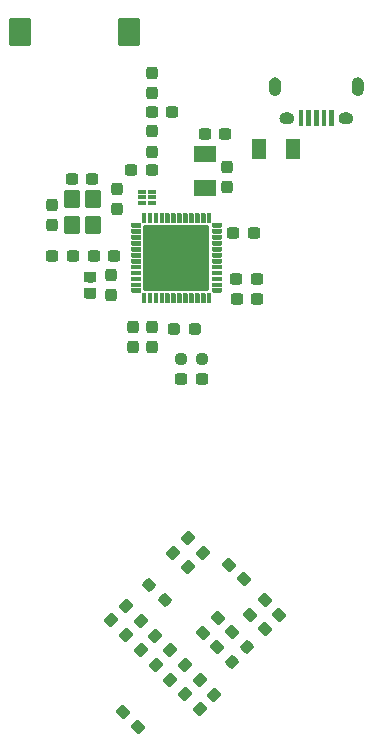
<source format=gbr>
%TF.GenerationSoftware,KiCad,Pcbnew,(6.0.9)*%
%TF.CreationDate,2023-01-04T16:14:01+08:00*%
%TF.ProjectId,CAWController,43415743-6f6e-4747-926f-6c6c65722e6b,rev?*%
%TF.SameCoordinates,Original*%
%TF.FileFunction,Paste,Bot*%
%TF.FilePolarity,Positive*%
%FSLAX46Y46*%
G04 Gerber Fmt 4.6, Leading zero omitted, Abs format (unit mm)*
G04 Created by KiCad (PCBNEW (6.0.9)) date 2023-01-04 16:14:01*
%MOMM*%
%LPD*%
G01*
G04 APERTURE LIST*
G04 Aperture macros list*
%AMRoundRect*
0 Rectangle with rounded corners*
0 $1 Rounding radius*
0 $2 $3 $4 $5 $6 $7 $8 $9 X,Y pos of 4 corners*
0 Add a 4 corners polygon primitive as box body*
4,1,4,$2,$3,$4,$5,$6,$7,$8,$9,$2,$3,0*
0 Add four circle primitives for the rounded corners*
1,1,$1+$1,$2,$3*
1,1,$1+$1,$4,$5*
1,1,$1+$1,$6,$7*
1,1,$1+$1,$8,$9*
0 Add four rect primitives between the rounded corners*
20,1,$1+$1,$2,$3,$4,$5,0*
20,1,$1+$1,$4,$5,$6,$7,0*
20,1,$1+$1,$6,$7,$8,$9,0*
20,1,$1+$1,$8,$9,$2,$3,0*%
G04 Aperture macros list end*
%ADD10C,0.005100*%
%ADD11RoundRect,0.237500X0.300000X0.237500X-0.300000X0.237500X-0.300000X-0.237500X0.300000X-0.237500X0*%
%ADD12RoundRect,0.237500X-0.237500X0.300000X-0.237500X-0.300000X0.237500X-0.300000X0.237500X0.300000X0*%
%ADD13RoundRect,0.050800X-0.900450X0.650250X-0.900450X-0.650250X0.900450X-0.650250X0.900450X0.650250X0*%
%ADD14RoundRect,0.237500X-0.371231X0.035355X0.035355X-0.371231X0.371231X-0.035355X-0.035355X0.371231X0*%
%ADD15RoundRect,0.237500X-0.237500X0.287500X-0.237500X-0.287500X0.237500X-0.287500X0.237500X0.287500X0*%
%ADD16R,1.190000X1.728000*%
%ADD17RoundRect,0.237500X0.237500X-0.300000X0.237500X0.300000X-0.237500X0.300000X-0.237500X-0.300000X0*%
%ADD18RoundRect,0.237500X-0.044194X-0.380070X0.380070X0.044194X0.044194X0.380070X-0.380070X-0.044194X0*%
%ADD19RoundRect,0.237500X0.044194X0.380070X-0.380070X-0.044194X-0.044194X-0.380070X0.380070X0.044194X0*%
%ADD20RoundRect,0.050800X0.600000X-0.700000X0.600000X0.700000X-0.600000X0.700000X-0.600000X-0.700000X0*%
%ADD21RoundRect,0.237500X-0.287500X-0.237500X0.287500X-0.237500X0.287500X0.237500X-0.287500X0.237500X0*%
%ADD22RoundRect,0.237500X-0.300000X-0.237500X0.300000X-0.237500X0.300000X0.237500X-0.300000X0.237500X0*%
%ADD23RoundRect,0.050800X0.275000X0.150000X-0.275000X0.150000X-0.275000X-0.150000X0.275000X-0.150000X0*%
%ADD24RoundRect,0.237500X0.380070X-0.044194X-0.044194X0.380070X-0.380070X0.044194X0.044194X-0.380070X0*%
%ADD25R,0.400000X1.350000*%
%ADD26O,1.250000X0.950000*%
%ADD27O,1.000000X1.550000*%
%ADD28RoundRect,0.237500X-0.008839X-0.344715X0.344715X0.008839X0.008839X0.344715X-0.344715X-0.008839X0*%
%ADD29RoundRect,0.050800X0.854700X1.134100X-0.854700X1.134100X-0.854700X-1.134100X0.854700X-1.134100X0*%
%ADD30RoundRect,0.237500X-0.380070X0.044194X0.044194X-0.380070X0.380070X-0.044194X-0.044194X0.380070X0*%
%ADD31RoundRect,0.237500X0.250000X0.237500X-0.250000X0.237500X-0.250000X-0.237500X0.250000X-0.237500X0*%
%ADD32RoundRect,0.050800X-0.140000X0.332500X-0.140000X-0.332500X0.140000X-0.332500X0.140000X0.332500X0*%
%ADD33RoundRect,0.050800X-0.332500X0.140000X-0.332500X-0.140000X0.332500X-0.140000X0.332500X0.140000X0*%
%ADD34RoundRect,0.050800X-2.750000X2.750000X-2.750000X-2.750000X2.750000X-2.750000X2.750000X2.750000X0*%
%ADD35RoundRect,0.050800X-0.432000X0.400000X-0.432000X-0.400000X0.432000X-0.400000X0.432000X0.400000X0*%
%ADD36RoundRect,0.237500X0.344715X-0.008839X-0.008839X0.344715X-0.344715X0.008839X0.008839X-0.344715X0*%
G04 APERTURE END LIST*
%TO.C,J5*%
G36*
X148201000Y-66276000D02*
G01*
X147799000Y-66276000D01*
X147799000Y-64924000D01*
X148201000Y-64924000D01*
X148201000Y-66276000D01*
G37*
G36*
X147550000Y-66276000D02*
G01*
X147149000Y-66276000D01*
X147149000Y-64924000D01*
X147550000Y-64924000D01*
X147550000Y-66276000D01*
G37*
G36*
X145674000Y-65126000D02*
G01*
X145697000Y-65127000D01*
X145721000Y-65130000D01*
X145744000Y-65134000D01*
X145790000Y-65146000D01*
X145812000Y-65154000D01*
X145835000Y-65162000D01*
X145856000Y-65172000D01*
X145877000Y-65183000D01*
X145898000Y-65195000D01*
X145918000Y-65208000D01*
X145937000Y-65221000D01*
X145955000Y-65236000D01*
X145973000Y-65252000D01*
X145990000Y-65268000D01*
X146006000Y-65286000D01*
X146021000Y-65304000D01*
X146036000Y-65323000D01*
X146049000Y-65342000D01*
X146061000Y-65363000D01*
X146073000Y-65383000D01*
X146083000Y-65405000D01*
X146092000Y-65426000D01*
X146100000Y-65449000D01*
X146107000Y-65471000D01*
X146113000Y-65494000D01*
X146118000Y-65518000D01*
X146121000Y-65541000D01*
X146124000Y-65565000D01*
X146125000Y-65588000D01*
X146125000Y-65612000D01*
X146124000Y-65636000D01*
X146118000Y-65682000D01*
X146113000Y-65706000D01*
X146107000Y-65729000D01*
X146100000Y-65751000D01*
X146092000Y-65774000D01*
X146083000Y-65795000D01*
X146073000Y-65817000D01*
X146061000Y-65838000D01*
X146049000Y-65858000D01*
X146036000Y-65877000D01*
X146021000Y-65896000D01*
X146006000Y-65914000D01*
X145990000Y-65932000D01*
X145973000Y-65948000D01*
X145955000Y-65964000D01*
X145937000Y-65979000D01*
X145918000Y-65992000D01*
X145898000Y-66005000D01*
X145877000Y-66017000D01*
X145856000Y-66028000D01*
X145835000Y-66038000D01*
X145812000Y-66046000D01*
X145790000Y-66054000D01*
X145744000Y-66066000D01*
X145721000Y-66070000D01*
X145697000Y-66073000D01*
X145674000Y-66074000D01*
X145650000Y-66075000D01*
X145350000Y-66075000D01*
X145326000Y-66074000D01*
X145303000Y-66073000D01*
X145279000Y-66070000D01*
X145256000Y-66066000D01*
X145210000Y-66054000D01*
X145188000Y-66046000D01*
X145165000Y-66038000D01*
X145144000Y-66028000D01*
X145123000Y-66017000D01*
X145102000Y-66005000D01*
X145082000Y-65992000D01*
X145063000Y-65979000D01*
X145045000Y-65964000D01*
X145027000Y-65948000D01*
X145010000Y-65932000D01*
X144994000Y-65914000D01*
X144979000Y-65896000D01*
X144964000Y-65877000D01*
X144951000Y-65858000D01*
X144939000Y-65838000D01*
X144927000Y-65817000D01*
X144917000Y-65795000D01*
X144908000Y-65774000D01*
X144900000Y-65751000D01*
X144893000Y-65729000D01*
X144887000Y-65706000D01*
X144882000Y-65682000D01*
X144876000Y-65636000D01*
X144875000Y-65612000D01*
X144875000Y-65588000D01*
X144876000Y-65565000D01*
X144879000Y-65541000D01*
X144882000Y-65518000D01*
X144887000Y-65494000D01*
X144893000Y-65471000D01*
X144900000Y-65449000D01*
X144908000Y-65426000D01*
X144917000Y-65405000D01*
X144927000Y-65383000D01*
X144939000Y-65363000D01*
X144951000Y-65342000D01*
X144964000Y-65323000D01*
X144979000Y-65304000D01*
X144994000Y-65286000D01*
X145010000Y-65268000D01*
X145027000Y-65252000D01*
X145045000Y-65236000D01*
X145063000Y-65221000D01*
X145082000Y-65208000D01*
X145102000Y-65195000D01*
X145123000Y-65183000D01*
X145144000Y-65172000D01*
X145165000Y-65162000D01*
X145188000Y-65154000D01*
X145210000Y-65146000D01*
X145256000Y-65134000D01*
X145279000Y-65130000D01*
X145303000Y-65127000D01*
X145326000Y-65126000D01*
X145350000Y-65125000D01*
X145650000Y-65125000D01*
X145674000Y-65126000D01*
G37*
G36*
X146900000Y-66276000D02*
G01*
X146499000Y-66276000D01*
X146499000Y-64924000D01*
X146900000Y-64924000D01*
X146900000Y-66276000D01*
G37*
G36*
X148851000Y-66276000D02*
G01*
X148450000Y-66276000D01*
X148450000Y-64924000D01*
X148851000Y-64924000D01*
X148851000Y-66276000D01*
G37*
G36*
X144537000Y-62126000D02*
G01*
X144562000Y-62129000D01*
X144587000Y-62133000D01*
X144611000Y-62138000D01*
X144635000Y-62144000D01*
X144659000Y-62151000D01*
X144683000Y-62160000D01*
X144706000Y-62169000D01*
X144728000Y-62180000D01*
X144750000Y-62192000D01*
X144771000Y-62205000D01*
X144792000Y-62219000D01*
X144812000Y-62234000D01*
X144831000Y-62250000D01*
X144849000Y-62267000D01*
X144867000Y-62285000D01*
X144899000Y-62323000D01*
X144913000Y-62343000D01*
X144927000Y-62364000D01*
X144951000Y-62408000D01*
X144961000Y-62431000D01*
X144970000Y-62454000D01*
X144978000Y-62478000D01*
X144985000Y-62502000D01*
X144990000Y-62526000D01*
X144994000Y-62550000D01*
X144998000Y-62575000D01*
X145000000Y-62625000D01*
X145000000Y-63175000D01*
X144998000Y-63225000D01*
X144994000Y-63250000D01*
X144990000Y-63274000D01*
X144985000Y-63298000D01*
X144978000Y-63322000D01*
X144970000Y-63346000D01*
X144961000Y-63369000D01*
X144951000Y-63392000D01*
X144927000Y-63436000D01*
X144913000Y-63457000D01*
X144899000Y-63477000D01*
X144867000Y-63515000D01*
X144849000Y-63533000D01*
X144831000Y-63550000D01*
X144812000Y-63566000D01*
X144792000Y-63581000D01*
X144771000Y-63595000D01*
X144750000Y-63608000D01*
X144728000Y-63620000D01*
X144706000Y-63631000D01*
X144683000Y-63640000D01*
X144659000Y-63649000D01*
X144635000Y-63656000D01*
X144611000Y-63662000D01*
X144587000Y-63667000D01*
X144562000Y-63671000D01*
X144537000Y-63674000D01*
X144512000Y-63675000D01*
X144488000Y-63675000D01*
X144463000Y-63674000D01*
X144438000Y-63671000D01*
X144413000Y-63667000D01*
X144389000Y-63662000D01*
X144365000Y-63656000D01*
X144341000Y-63649000D01*
X144317000Y-63640000D01*
X144294000Y-63631000D01*
X144272000Y-63620000D01*
X144250000Y-63608000D01*
X144229000Y-63595000D01*
X144208000Y-63581000D01*
X144188000Y-63566000D01*
X144169000Y-63550000D01*
X144151000Y-63533000D01*
X144133000Y-63515000D01*
X144101000Y-63477000D01*
X144087000Y-63457000D01*
X144073000Y-63436000D01*
X144061000Y-63414000D01*
X144050000Y-63392000D01*
X144039000Y-63369000D01*
X144030000Y-63346000D01*
X144022000Y-63322000D01*
X144015000Y-63298000D01*
X144010000Y-63274000D01*
X144006000Y-63250000D01*
X144002000Y-63225000D01*
X144000000Y-63175000D01*
X144000000Y-62625000D01*
X144002000Y-62575000D01*
X144006000Y-62550000D01*
X144010000Y-62526000D01*
X144015000Y-62502000D01*
X144022000Y-62478000D01*
X144030000Y-62454000D01*
X144039000Y-62431000D01*
X144050000Y-62408000D01*
X144061000Y-62386000D01*
X144073000Y-62364000D01*
X144087000Y-62343000D01*
X144101000Y-62323000D01*
X144133000Y-62285000D01*
X144151000Y-62267000D01*
X144169000Y-62250000D01*
X144188000Y-62234000D01*
X144208000Y-62219000D01*
X144229000Y-62205000D01*
X144250000Y-62192000D01*
X144272000Y-62180000D01*
X144294000Y-62169000D01*
X144317000Y-62160000D01*
X144341000Y-62151000D01*
X144365000Y-62144000D01*
X144389000Y-62138000D01*
X144413000Y-62133000D01*
X144438000Y-62129000D01*
X144463000Y-62126000D01*
X144488000Y-62125000D01*
X144512000Y-62125000D01*
X144537000Y-62126000D01*
G37*
G36*
X149501000Y-66276000D02*
G01*
X149100000Y-66276000D01*
X149100000Y-64924000D01*
X149501000Y-64924000D01*
X149501000Y-66276000D01*
G37*
G36*
X151537000Y-62126000D02*
G01*
X151562000Y-62129000D01*
X151587000Y-62133000D01*
X151611000Y-62138000D01*
X151635000Y-62144000D01*
X151659000Y-62151000D01*
X151683000Y-62160000D01*
X151706000Y-62169000D01*
X151728000Y-62180000D01*
X151750000Y-62192000D01*
X151771000Y-62205000D01*
X151792000Y-62219000D01*
X151812000Y-62234000D01*
X151831000Y-62250000D01*
X151849000Y-62267000D01*
X151867000Y-62285000D01*
X151899000Y-62323000D01*
X151913000Y-62343000D01*
X151927000Y-62364000D01*
X151939000Y-62386000D01*
X151950000Y-62408000D01*
X151961000Y-62431000D01*
X151970000Y-62454000D01*
X151978000Y-62478000D01*
X151985000Y-62502000D01*
X151990000Y-62526000D01*
X151994000Y-62550000D01*
X151998000Y-62575000D01*
X152000000Y-62625000D01*
X152000000Y-63175000D01*
X151998000Y-63225000D01*
X151994000Y-63250000D01*
X151990000Y-63274000D01*
X151985000Y-63298000D01*
X151978000Y-63322000D01*
X151970000Y-63346000D01*
X151961000Y-63369000D01*
X151950000Y-63392000D01*
X151939000Y-63414000D01*
X151927000Y-63436000D01*
X151913000Y-63457000D01*
X151899000Y-63477000D01*
X151867000Y-63515000D01*
X151849000Y-63533000D01*
X151831000Y-63550000D01*
X151812000Y-63566000D01*
X151792000Y-63581000D01*
X151771000Y-63595000D01*
X151750000Y-63608000D01*
X151728000Y-63620000D01*
X151706000Y-63631000D01*
X151683000Y-63640000D01*
X151659000Y-63649000D01*
X151635000Y-63656000D01*
X151611000Y-63662000D01*
X151587000Y-63667000D01*
X151562000Y-63671000D01*
X151537000Y-63674000D01*
X151512000Y-63675000D01*
X151488000Y-63675000D01*
X151463000Y-63674000D01*
X151438000Y-63671000D01*
X151413000Y-63667000D01*
X151389000Y-63662000D01*
X151365000Y-63656000D01*
X151341000Y-63649000D01*
X151317000Y-63640000D01*
X151294000Y-63631000D01*
X151272000Y-63620000D01*
X151250000Y-63608000D01*
X151229000Y-63595000D01*
X151208000Y-63581000D01*
X151188000Y-63566000D01*
X151169000Y-63550000D01*
X151151000Y-63533000D01*
X151133000Y-63515000D01*
X151101000Y-63477000D01*
X151087000Y-63457000D01*
X151073000Y-63436000D01*
X151049000Y-63392000D01*
X151039000Y-63369000D01*
X151030000Y-63346000D01*
X151022000Y-63322000D01*
X151015000Y-63298000D01*
X151010000Y-63274000D01*
X151006000Y-63250000D01*
X151002000Y-63225000D01*
X151000000Y-63175000D01*
X151000000Y-62625000D01*
X151002000Y-62575000D01*
X151006000Y-62550000D01*
X151010000Y-62526000D01*
X151015000Y-62502000D01*
X151022000Y-62478000D01*
X151030000Y-62454000D01*
X151039000Y-62431000D01*
X151049000Y-62408000D01*
X151073000Y-62364000D01*
X151087000Y-62343000D01*
X151101000Y-62323000D01*
X151133000Y-62285000D01*
X151151000Y-62267000D01*
X151169000Y-62250000D01*
X151188000Y-62234000D01*
X151208000Y-62219000D01*
X151229000Y-62205000D01*
X151250000Y-62192000D01*
X151272000Y-62180000D01*
X151294000Y-62169000D01*
X151317000Y-62160000D01*
X151341000Y-62151000D01*
X151365000Y-62144000D01*
X151389000Y-62138000D01*
X151413000Y-62133000D01*
X151438000Y-62129000D01*
X151463000Y-62126000D01*
X151488000Y-62125000D01*
X151512000Y-62125000D01*
X151537000Y-62126000D01*
G37*
G36*
X150674000Y-65126000D02*
G01*
X150697000Y-65127000D01*
X150721000Y-65130000D01*
X150744000Y-65134000D01*
X150790000Y-65146000D01*
X150812000Y-65154000D01*
X150835000Y-65162000D01*
X150856000Y-65172000D01*
X150877000Y-65183000D01*
X150898000Y-65195000D01*
X150918000Y-65208000D01*
X150937000Y-65221000D01*
X150955000Y-65236000D01*
X150973000Y-65252000D01*
X150990000Y-65268000D01*
X151006000Y-65286000D01*
X151021000Y-65304000D01*
X151036000Y-65323000D01*
X151049000Y-65342000D01*
X151061000Y-65363000D01*
X151073000Y-65383000D01*
X151083000Y-65405000D01*
X151092000Y-65426000D01*
X151100000Y-65449000D01*
X151107000Y-65471000D01*
X151113000Y-65494000D01*
X151118000Y-65518000D01*
X151121000Y-65541000D01*
X151124000Y-65565000D01*
X151125000Y-65588000D01*
X151125000Y-65612000D01*
X151124000Y-65636000D01*
X151118000Y-65682000D01*
X151113000Y-65706000D01*
X151107000Y-65729000D01*
X151100000Y-65751000D01*
X151092000Y-65774000D01*
X151083000Y-65795000D01*
X151073000Y-65817000D01*
X151061000Y-65838000D01*
X151049000Y-65858000D01*
X151036000Y-65877000D01*
X151021000Y-65896000D01*
X151006000Y-65914000D01*
X150990000Y-65932000D01*
X150973000Y-65948000D01*
X150955000Y-65964000D01*
X150937000Y-65979000D01*
X150918000Y-65992000D01*
X150898000Y-66005000D01*
X150877000Y-66017000D01*
X150856000Y-66028000D01*
X150835000Y-66038000D01*
X150812000Y-66046000D01*
X150790000Y-66054000D01*
X150744000Y-66066000D01*
X150721000Y-66070000D01*
X150697000Y-66073000D01*
X150674000Y-66074000D01*
X150650000Y-66075000D01*
X150350000Y-66075000D01*
X150326000Y-66074000D01*
X150303000Y-66073000D01*
X150279000Y-66070000D01*
X150256000Y-66066000D01*
X150210000Y-66054000D01*
X150188000Y-66046000D01*
X150165000Y-66038000D01*
X150144000Y-66028000D01*
X150123000Y-66017000D01*
X150102000Y-66005000D01*
X150082000Y-65992000D01*
X150063000Y-65979000D01*
X150045000Y-65964000D01*
X150027000Y-65948000D01*
X150010000Y-65932000D01*
X149994000Y-65914000D01*
X149979000Y-65896000D01*
X149964000Y-65877000D01*
X149951000Y-65858000D01*
X149939000Y-65838000D01*
X149927000Y-65817000D01*
X149917000Y-65795000D01*
X149908000Y-65774000D01*
X149900000Y-65751000D01*
X149893000Y-65729000D01*
X149887000Y-65706000D01*
X149882000Y-65682000D01*
X149876000Y-65636000D01*
X149875000Y-65612000D01*
X149875000Y-65588000D01*
X149876000Y-65565000D01*
X149879000Y-65541000D01*
X149882000Y-65518000D01*
X149887000Y-65494000D01*
X149893000Y-65471000D01*
X149900000Y-65449000D01*
X149908000Y-65426000D01*
X149917000Y-65405000D01*
X149927000Y-65383000D01*
X149939000Y-65363000D01*
X149951000Y-65342000D01*
X149964000Y-65323000D01*
X149979000Y-65304000D01*
X149994000Y-65286000D01*
X150010000Y-65268000D01*
X150027000Y-65252000D01*
X150045000Y-65236000D01*
X150063000Y-65221000D01*
X150082000Y-65208000D01*
X150102000Y-65195000D01*
X150123000Y-65183000D01*
X150144000Y-65172000D01*
X150165000Y-65162000D01*
X150188000Y-65154000D01*
X150210000Y-65146000D01*
X150256000Y-65134000D01*
X150279000Y-65130000D01*
X150303000Y-65127000D01*
X150326000Y-65126000D01*
X150350000Y-65125000D01*
X150650000Y-65125000D01*
X150674000Y-65126000D01*
G37*
%TO.C,L2*%
G36*
X132983900Y-57216200D02*
G01*
X132983900Y-59283800D01*
X132884800Y-59382800D01*
X131376000Y-59382800D01*
X131274400Y-59283800D01*
X131274400Y-58735100D01*
X131376000Y-58636100D01*
X131757000Y-58636100D01*
X131856100Y-58534500D01*
X131856100Y-57965500D01*
X131757000Y-57863900D01*
X131376000Y-57863900D01*
X131274400Y-57764900D01*
X131274400Y-57216200D01*
X131376000Y-57117200D01*
X132884800Y-57117200D01*
X132983900Y-57216200D01*
G37*
D10*
X132983900Y-57216200D02*
X132983900Y-59283800D01*
X132884800Y-59382800D01*
X131376000Y-59382800D01*
X131274400Y-59283800D01*
X131274400Y-58735100D01*
X131376000Y-58636100D01*
X131757000Y-58636100D01*
X131856100Y-58534500D01*
X131856100Y-57965500D01*
X131757000Y-57863900D01*
X131376000Y-57863900D01*
X131274400Y-57764900D01*
X131274400Y-57216200D01*
X131376000Y-57117200D01*
X132884800Y-57117200D01*
X132983900Y-57216200D01*
G36*
X123725600Y-57216200D02*
G01*
X123725600Y-57764900D01*
X123624000Y-57863900D01*
X123243000Y-57863900D01*
X123143900Y-57965500D01*
X123143900Y-58534500D01*
X123243000Y-58636100D01*
X123624000Y-58636100D01*
X123725600Y-58735100D01*
X123725600Y-59283800D01*
X123624000Y-59382800D01*
X122115200Y-59382800D01*
X122016100Y-59283800D01*
X122016100Y-57216200D01*
X122115200Y-57117200D01*
X123624000Y-57117200D01*
X123725600Y-57216200D01*
G37*
X123725600Y-57216200D02*
X123725600Y-57764900D01*
X123624000Y-57863900D01*
X123243000Y-57863900D01*
X123143900Y-57965500D01*
X123143900Y-58534500D01*
X123243000Y-58636100D01*
X123624000Y-58636100D01*
X123725600Y-58735100D01*
X123725600Y-59283800D01*
X123624000Y-59382800D01*
X122115200Y-59382800D01*
X122016100Y-59283800D01*
X122016100Y-57216200D01*
X122115200Y-57117200D01*
X123624000Y-57117200D01*
X123725600Y-57216200D01*
%TO.C,U4*%
G36*
X137530200Y-81155750D02*
G01*
X137250100Y-81155750D01*
X137250100Y-80490750D01*
X137530200Y-80490750D01*
X137530200Y-81155750D01*
G37*
X137530200Y-81155750D02*
X137250100Y-81155750D01*
X137250100Y-80490750D01*
X137530200Y-80490750D01*
X137530200Y-81155750D01*
G36*
X133065300Y-77805750D02*
G01*
X132400200Y-77805750D01*
X132400200Y-77525750D01*
X133065300Y-77525750D01*
X133065300Y-77805750D01*
G37*
X133065300Y-77805750D02*
X132400200Y-77805750D01*
X132400200Y-77525750D01*
X133065300Y-77525750D01*
X133065300Y-77805750D01*
G36*
X133065300Y-76805750D02*
G01*
X132400200Y-76805750D01*
X132400200Y-76525750D01*
X133065300Y-76525750D01*
X133065300Y-76805750D01*
G37*
X133065300Y-76805750D02*
X132400200Y-76805750D01*
X132400200Y-76525750D01*
X133065300Y-76525750D01*
X133065300Y-76805750D01*
G36*
X136030300Y-74340950D02*
G01*
X135750200Y-74340950D01*
X135750200Y-73675950D01*
X136030300Y-73675950D01*
X136030300Y-74340950D01*
G37*
X136030300Y-74340950D02*
X135750200Y-74340950D01*
X135750200Y-73675950D01*
X136030300Y-73675950D01*
X136030300Y-74340950D01*
G36*
X133530000Y-74340950D02*
G01*
X133250000Y-74340950D01*
X133250000Y-73675950D01*
X133530000Y-73675950D01*
X133530000Y-74340950D01*
G37*
X133530000Y-74340950D02*
X133250000Y-74340950D01*
X133250000Y-73675950D01*
X133530000Y-73675950D01*
X133530000Y-74340950D01*
G36*
X138030200Y-81155750D02*
G01*
X137750200Y-81155750D01*
X137750200Y-80490750D01*
X138030200Y-80490750D01*
X138030200Y-81155750D01*
G37*
X138030200Y-81155750D02*
X137750200Y-81155750D01*
X137750200Y-80490750D01*
X138030200Y-80490750D01*
X138030200Y-81155750D01*
G36*
X134030200Y-81155750D02*
G01*
X133750200Y-81155750D01*
X133750200Y-80490750D01*
X134030200Y-80490750D01*
X134030200Y-81155750D01*
G37*
X134030200Y-81155750D02*
X133750200Y-81155750D01*
X133750200Y-80490750D01*
X134030200Y-80490750D01*
X134030200Y-81155750D01*
G36*
X138530100Y-74340950D02*
G01*
X138250000Y-74340950D01*
X138250000Y-73675950D01*
X138530100Y-73675950D01*
X138530100Y-74340950D01*
G37*
X138530100Y-74340950D02*
X138250000Y-74340950D01*
X138250000Y-73675950D01*
X138530100Y-73675950D01*
X138530100Y-74340950D01*
G36*
X139880000Y-76805750D02*
G01*
X139215100Y-76805750D01*
X139215100Y-76525750D01*
X139880000Y-76525750D01*
X139880000Y-76805750D01*
G37*
X139880000Y-76805750D02*
X139215100Y-76805750D01*
X139215100Y-76525750D01*
X139880000Y-76525750D01*
X139880000Y-76805750D01*
G36*
X133065300Y-75305950D02*
G01*
X132400200Y-75305950D01*
X132400200Y-75025950D01*
X133065300Y-75025950D01*
X133065300Y-75305950D01*
G37*
X133065300Y-75305950D02*
X132400200Y-75305950D01*
X132400200Y-75025950D01*
X133065300Y-75025950D01*
X133065300Y-75305950D01*
G36*
X139880000Y-79805750D02*
G01*
X139215100Y-79805750D01*
X139215100Y-79525750D01*
X139880000Y-79525750D01*
X139880000Y-79805750D01*
G37*
X139880000Y-79805750D02*
X139215100Y-79805750D01*
X139215100Y-79525750D01*
X139880000Y-79525750D01*
X139880000Y-79805750D01*
G36*
X136530000Y-81155750D02*
G01*
X136250000Y-81155750D01*
X136250000Y-80490750D01*
X136530000Y-80490750D01*
X136530000Y-81155750D01*
G37*
X136530000Y-81155750D02*
X136250000Y-81155750D01*
X136250000Y-80490750D01*
X136530000Y-80490750D01*
X136530000Y-81155750D01*
G36*
X133065300Y-79805750D02*
G01*
X132400200Y-79805750D01*
X132400200Y-79525750D01*
X133065300Y-79525750D01*
X133065300Y-79805750D01*
G37*
X133065300Y-79805750D02*
X132400200Y-79805750D01*
X132400200Y-79525750D01*
X133065300Y-79525750D01*
X133065300Y-79805750D01*
G36*
X139880000Y-77305850D02*
G01*
X139215100Y-77305850D01*
X139215100Y-77025850D01*
X139880000Y-77025850D01*
X139880000Y-77305850D01*
G37*
X139880000Y-77305850D02*
X139215100Y-77305850D01*
X139215100Y-77025850D01*
X139880000Y-77025850D01*
X139880000Y-77305850D01*
G36*
X139880000Y-76305850D02*
G01*
X139215100Y-76305850D01*
X139215100Y-76025850D01*
X139880000Y-76025850D01*
X139880000Y-76305850D01*
G37*
X139880000Y-76305850D02*
X139215100Y-76305850D01*
X139215100Y-76025850D01*
X139880000Y-76025850D01*
X139880000Y-76305850D01*
G36*
X134030200Y-74340950D02*
G01*
X133750200Y-74340950D01*
X133750200Y-73675950D01*
X134030200Y-73675950D01*
X134030200Y-74340950D01*
G37*
X134030200Y-74340950D02*
X133750200Y-74340950D01*
X133750200Y-73675950D01*
X134030200Y-73675950D01*
X134030200Y-74340950D01*
G36*
X133065300Y-75805750D02*
G01*
X132400200Y-75805750D01*
X132400200Y-75525750D01*
X133065300Y-75525750D01*
X133065300Y-75805750D01*
G37*
X133065300Y-75805750D02*
X132400200Y-75805750D01*
X132400200Y-75525750D01*
X133065300Y-75525750D01*
X133065300Y-75805750D01*
G36*
X137030200Y-81155750D02*
G01*
X136750100Y-81155750D01*
X136750100Y-80490750D01*
X137030200Y-80490750D01*
X137030200Y-81155750D01*
G37*
X137030200Y-81155750D02*
X136750100Y-81155750D01*
X136750100Y-80490750D01*
X137030200Y-80490750D01*
X137030200Y-81155750D01*
G36*
X136530000Y-74340950D02*
G01*
X136250000Y-74340950D01*
X136250000Y-73675950D01*
X136530000Y-73675950D01*
X136530000Y-74340950D01*
G37*
X136530000Y-74340950D02*
X136250000Y-74340950D01*
X136250000Y-73675950D01*
X136530000Y-73675950D01*
X136530000Y-74340950D01*
G36*
X138530100Y-81155750D02*
G01*
X138250000Y-81155750D01*
X138250000Y-80490750D01*
X138530100Y-80490750D01*
X138530100Y-81155750D01*
G37*
X138530100Y-81155750D02*
X138250000Y-81155750D01*
X138250000Y-80490750D01*
X138530100Y-80490750D01*
X138530100Y-81155750D01*
G36*
X133065300Y-78305850D02*
G01*
X132400200Y-78305850D01*
X132400200Y-78025850D01*
X133065300Y-78025850D01*
X133065300Y-78305850D01*
G37*
X133065300Y-78305850D02*
X132400200Y-78305850D01*
X132400200Y-78025850D01*
X133065300Y-78025850D01*
X133065300Y-78305850D01*
G36*
X133530000Y-81155750D02*
G01*
X133250000Y-81155750D01*
X133250000Y-80490750D01*
X133530000Y-80490750D01*
X133530000Y-81155750D01*
G37*
X133530000Y-81155750D02*
X133250000Y-81155750D01*
X133250000Y-80490750D01*
X133530000Y-80490750D01*
X133530000Y-81155750D01*
G36*
X133065300Y-78805750D02*
G01*
X132400200Y-78805750D01*
X132400200Y-78525750D01*
X133065300Y-78525750D01*
X133065300Y-78805750D01*
G37*
X133065300Y-78805750D02*
X132400200Y-78805750D01*
X132400200Y-78525750D01*
X133065300Y-78525750D01*
X133065300Y-78805750D01*
G36*
X133065300Y-77305850D02*
G01*
X132400200Y-77305850D01*
X132400200Y-77025850D01*
X133065300Y-77025850D01*
X133065300Y-77305850D01*
G37*
X133065300Y-77305850D02*
X132400200Y-77305850D01*
X132400200Y-77025850D01*
X133065300Y-77025850D01*
X133065300Y-77305850D01*
G36*
X135530100Y-74340950D02*
G01*
X135250100Y-74340950D01*
X135250100Y-73675950D01*
X135530100Y-73675950D01*
X135530100Y-74340950D01*
G37*
X135530100Y-74340950D02*
X135250100Y-74340950D01*
X135250100Y-73675950D01*
X135530100Y-73675950D01*
X135530100Y-74340950D01*
G36*
X139880000Y-78805750D02*
G01*
X139215100Y-78805750D01*
X139215100Y-78525750D01*
X139880000Y-78525750D01*
X139880000Y-78805750D01*
G37*
X139880000Y-78805750D02*
X139215100Y-78805750D01*
X139215100Y-78525750D01*
X139880000Y-78525750D01*
X139880000Y-78805750D01*
G36*
X139030200Y-81155750D02*
G01*
X138750200Y-81155750D01*
X138750200Y-80490750D01*
X139030200Y-80490750D01*
X139030200Y-81155750D01*
G37*
X139030200Y-81155750D02*
X138750200Y-81155750D01*
X138750200Y-80490750D01*
X139030200Y-80490750D01*
X139030200Y-81155750D01*
G36*
X139880000Y-75805750D02*
G01*
X139215100Y-75805750D01*
X139215100Y-75525750D01*
X139880000Y-75525750D01*
X139880000Y-75805750D01*
G37*
X139880000Y-75805750D02*
X139215100Y-75805750D01*
X139215100Y-75525750D01*
X139880000Y-75525750D01*
X139880000Y-75805750D01*
G36*
X139880000Y-77805750D02*
G01*
X139215100Y-77805750D01*
X139215100Y-77525750D01*
X139880000Y-77525750D01*
X139880000Y-77805750D01*
G37*
X139880000Y-77805750D02*
X139215100Y-77805750D01*
X139215100Y-77525750D01*
X139880000Y-77525750D01*
X139880000Y-77805750D01*
G36*
X139880000Y-78305850D02*
G01*
X139215100Y-78305850D01*
X139215100Y-78025850D01*
X139880000Y-78025850D01*
X139880000Y-78305850D01*
G37*
X139880000Y-78305850D02*
X139215100Y-78305850D01*
X139215100Y-78025850D01*
X139880000Y-78025850D01*
X139880000Y-78305850D01*
G36*
X139030200Y-74340950D02*
G01*
X138750200Y-74340950D01*
X138750200Y-73675950D01*
X139030200Y-73675950D01*
X139030200Y-74340950D01*
G37*
X139030200Y-74340950D02*
X138750200Y-74340950D01*
X138750200Y-73675950D01*
X139030200Y-73675950D01*
X139030200Y-74340950D01*
G36*
X137030200Y-74340950D02*
G01*
X136750100Y-74340950D01*
X136750100Y-73675950D01*
X137030200Y-73675950D01*
X137030200Y-74340950D01*
G37*
X137030200Y-74340950D02*
X136750100Y-74340950D01*
X136750100Y-73675950D01*
X137030200Y-73675950D01*
X137030200Y-74340950D01*
G36*
X134530000Y-81155750D02*
G01*
X134250100Y-81155750D01*
X134250100Y-80490750D01*
X134530000Y-80490750D01*
X134530000Y-81155750D01*
G37*
X134530000Y-81155750D02*
X134250100Y-81155750D01*
X134250100Y-80490750D01*
X134530000Y-80490750D01*
X134530000Y-81155750D01*
G36*
X136030300Y-81155750D02*
G01*
X135750200Y-81155750D01*
X135750200Y-80490750D01*
X136030300Y-80490750D01*
X136030300Y-81155750D01*
G37*
X136030300Y-81155750D02*
X135750200Y-81155750D01*
X135750200Y-80490750D01*
X136030300Y-80490750D01*
X136030300Y-81155750D01*
G36*
X135030200Y-74340950D02*
G01*
X134750100Y-74340950D01*
X134750100Y-73675950D01*
X135030200Y-73675950D01*
X135030200Y-74340950D01*
G37*
X135030200Y-74340950D02*
X134750100Y-74340950D01*
X134750100Y-73675950D01*
X135030200Y-73675950D01*
X135030200Y-74340950D01*
G36*
X137530200Y-74340950D02*
G01*
X137250100Y-74340950D01*
X137250100Y-73675950D01*
X137530200Y-73675950D01*
X137530200Y-74340950D01*
G37*
X137530200Y-74340950D02*
X137250100Y-74340950D01*
X137250100Y-73675950D01*
X137530200Y-73675950D01*
X137530200Y-74340950D01*
G36*
X138340100Y-79615850D02*
G01*
X133940000Y-79615850D01*
X133940000Y-75215850D01*
X138340100Y-75215850D01*
X138340100Y-79615850D01*
G37*
X138340100Y-79615850D02*
X133940000Y-79615850D01*
X133940000Y-75215850D01*
X138340100Y-75215850D01*
X138340100Y-79615850D01*
G36*
X139880000Y-75305950D02*
G01*
X139215100Y-75305950D01*
X139215100Y-75025950D01*
X139880000Y-75025950D01*
X139880000Y-75305950D01*
G37*
X139880000Y-75305950D02*
X139215100Y-75305950D01*
X139215100Y-75025950D01*
X139880000Y-75025950D01*
X139880000Y-75305950D01*
G36*
X139880000Y-80305850D02*
G01*
X139215100Y-80305850D01*
X139215100Y-80025850D01*
X139880000Y-80025850D01*
X139880000Y-80305850D01*
G37*
X139880000Y-80305850D02*
X139215100Y-80305850D01*
X139215100Y-80025850D01*
X139880000Y-80025850D01*
X139880000Y-80305850D01*
G36*
X133065300Y-76305850D02*
G01*
X132400200Y-76305850D01*
X132400200Y-76025850D01*
X133065300Y-76025850D01*
X133065300Y-76305850D01*
G37*
X133065300Y-76305850D02*
X132400200Y-76305850D01*
X132400200Y-76025850D01*
X133065300Y-76025850D01*
X133065300Y-76305850D01*
G36*
X133065300Y-80305850D02*
G01*
X132400200Y-80305850D01*
X132400200Y-80025850D01*
X133065300Y-80025850D01*
X133065300Y-80305850D01*
G37*
X133065300Y-80305850D02*
X132400200Y-80305850D01*
X132400200Y-80025850D01*
X133065300Y-80025850D01*
X133065300Y-80305850D01*
G36*
X135030200Y-81155750D02*
G01*
X134750100Y-81155750D01*
X134750100Y-80490750D01*
X135030200Y-80490750D01*
X135030200Y-81155750D01*
G37*
X135030200Y-81155750D02*
X134750100Y-81155750D01*
X134750100Y-80490750D01*
X135030200Y-80490750D01*
X135030200Y-81155750D01*
G36*
X138030200Y-74340950D02*
G01*
X137750200Y-74340950D01*
X137750200Y-73675950D01*
X138030200Y-73675950D01*
X138030200Y-74340950D01*
G37*
X138030200Y-74340950D02*
X137750200Y-74340950D01*
X137750200Y-73675950D01*
X138030200Y-73675950D01*
X138030200Y-74340950D01*
G36*
X133065300Y-74805750D02*
G01*
X132400200Y-74805750D01*
X132400200Y-74525750D01*
X133065300Y-74525750D01*
X133065300Y-74805750D01*
G37*
X133065300Y-74805750D02*
X132400200Y-74805750D01*
X132400200Y-74525750D01*
X133065300Y-74525750D01*
X133065300Y-74805750D01*
G36*
X139880000Y-74805750D02*
G01*
X139215100Y-74805750D01*
X139215100Y-74525750D01*
X139880000Y-74525750D01*
X139880000Y-74805750D01*
G37*
X139880000Y-74805750D02*
X139215100Y-74805750D01*
X139215100Y-74525750D01*
X139880000Y-74525750D01*
X139880000Y-74805750D01*
G36*
X139880000Y-79305850D02*
G01*
X139215100Y-79305850D01*
X139215100Y-79025850D01*
X139880000Y-79025850D01*
X139880000Y-79305850D01*
G37*
X139880000Y-79305850D02*
X139215100Y-79305850D01*
X139215100Y-79025850D01*
X139880000Y-79025850D01*
X139880000Y-79305850D01*
G36*
X134530000Y-74340950D02*
G01*
X134250100Y-74340950D01*
X134250100Y-73675950D01*
X134530000Y-73675950D01*
X134530000Y-74340950D01*
G37*
X134530000Y-74340950D02*
X134250100Y-74340950D01*
X134250100Y-73675950D01*
X134530000Y-73675950D01*
X134530000Y-74340950D01*
G36*
X135530100Y-81155750D02*
G01*
X135250100Y-81155750D01*
X135250100Y-80490750D01*
X135530100Y-80490750D01*
X135530100Y-81155750D01*
G37*
X135530100Y-81155750D02*
X135250100Y-81155750D01*
X135250100Y-80490750D01*
X135530100Y-80490750D01*
X135530100Y-81155750D01*
G36*
X133065300Y-79305850D02*
G01*
X132400200Y-79305850D01*
X132400200Y-79025850D01*
X133065300Y-79025850D01*
X133065300Y-79305850D01*
G37*
X133065300Y-79305850D02*
X132400200Y-79305850D01*
X132400200Y-79025850D01*
X133065300Y-79025850D01*
X133065300Y-79305850D01*
%TO.C,L6*%
G36*
X129268000Y-78658500D02*
G01*
X129268000Y-79161800D01*
X128974200Y-79436000D01*
X128697700Y-79436000D01*
X128404000Y-79161800D01*
X128404000Y-78658500D01*
X128468000Y-78594500D01*
X129204000Y-78594500D01*
X129268000Y-78658500D01*
G37*
X129268000Y-78658500D02*
X129268000Y-79161800D01*
X128974200Y-79436000D01*
X128697700Y-79436000D01*
X128404000Y-79161800D01*
X128404000Y-78658500D01*
X128468000Y-78594500D01*
X129204000Y-78594500D01*
X129268000Y-78658500D01*
G36*
X129256700Y-80225800D02*
G01*
X129256700Y-80729100D01*
X129192700Y-80793100D01*
X128456700Y-80793100D01*
X128392700Y-80729100D01*
X128392700Y-80225800D01*
X128686500Y-79951600D01*
X128963000Y-79951600D01*
X129256700Y-80225800D01*
G37*
X129256700Y-80225800D02*
X129256700Y-80729100D01*
X129192700Y-80793100D01*
X128456700Y-80793100D01*
X128392700Y-80729100D01*
X128392700Y-80225800D01*
X128686500Y-79951600D01*
X128963000Y-79951600D01*
X129256700Y-80225800D01*
%TD*%
D11*
%TO.C,C36*%
X127362500Y-77250000D03*
X125637500Y-77250000D03*
%TD*%
D12*
%TO.C,C30*%
X140440000Y-69677500D03*
X140440000Y-71402500D03*
%TD*%
D11*
%TO.C,C28*%
X142952500Y-79170000D03*
X141227500Y-79170000D03*
%TD*%
%TO.C,C26*%
X140292500Y-66920000D03*
X138567500Y-66920000D03*
%TD*%
D13*
%TO.C,Y3*%
X138530000Y-68612000D03*
X138530000Y-71528000D03*
%TD*%
D14*
%TO.C,L1*%
X139631282Y-107881282D03*
X140868718Y-109118718D03*
%TD*%
D15*
%TO.C,L3*%
X134070000Y-66655000D03*
X134070000Y-68405000D03*
%TD*%
D16*
%TO.C,F1*%
X143115000Y-68170000D03*
X146005000Y-68170000D03*
%TD*%
D12*
%TO.C,C35*%
X131080000Y-71577500D03*
X131080000Y-73302500D03*
%TD*%
D17*
%TO.C,C31*%
X134060000Y-84952500D03*
X134060000Y-83227500D03*
%TD*%
D18*
%TO.C,C23*%
X136890120Y-114359880D03*
X138109880Y-113140120D03*
%TD*%
D19*
%TO.C,C15*%
X137109880Y-101140120D03*
X135890120Y-102359880D03*
%TD*%
D17*
%TO.C,C24*%
X130580000Y-80552500D03*
X130580000Y-78827500D03*
%TD*%
D20*
%TO.C,Y4*%
X127305000Y-74620100D03*
X127305000Y-72419900D03*
X129055000Y-72419900D03*
X129055000Y-74620100D03*
%TD*%
D21*
%TO.C,L5*%
X135985000Y-83470000D03*
X137735000Y-83470000D03*
%TD*%
D22*
%TO.C,C34*%
X136557500Y-87640000D03*
X138282500Y-87640000D03*
%TD*%
D23*
%TO.C,U5*%
X134064900Y-71790000D03*
X134064900Y-72291900D03*
X134064900Y-72790000D03*
X133215100Y-72790000D03*
X133215800Y-72288900D03*
X133215100Y-71790000D03*
%TD*%
D24*
%TO.C,C5*%
X143609880Y-108859880D03*
X142390120Y-107640120D03*
%TD*%
D18*
%TO.C,C8*%
X134390120Y-111859880D03*
X135609880Y-110640120D03*
%TD*%
D25*
%TO.C,J5*%
X146699000Y-65600000D03*
X147350000Y-65600000D03*
X148000000Y-65600000D03*
X148650000Y-65600000D03*
X149300000Y-65600000D03*
D26*
X150500000Y-65600000D03*
D27*
X144500000Y-62900000D03*
D26*
X145500000Y-65600000D03*
D27*
X151500000Y-62900000D03*
%TD*%
D19*
%TO.C,C11*%
X139359880Y-114390120D03*
X138140120Y-115609880D03*
%TD*%
D22*
%TO.C,C39*%
X127317500Y-70770000D03*
X129042500Y-70770000D03*
%TD*%
%TO.C,C14*%
X129137500Y-77250000D03*
X130862500Y-77250000D03*
%TD*%
D24*
%TO.C,C20*%
X139609880Y-110359880D03*
X138390120Y-109140120D03*
%TD*%
D18*
%TO.C,C7*%
X133140120Y-110609880D03*
X134359880Y-109390120D03*
%TD*%
D28*
%TO.C,R1*%
X140854765Y-111645235D03*
X142145235Y-110354765D03*
%TD*%
D17*
%TO.C,C37*%
X132500000Y-84962500D03*
X132500000Y-83237500D03*
%TD*%
D29*
%TO.C,L2*%
X132130400Y-58250000D03*
X122869600Y-58250000D03*
%TD*%
D30*
%TO.C,C16*%
X131640120Y-115890120D03*
X132859880Y-117109880D03*
%TD*%
D11*
%TO.C,C27*%
X142682500Y-75280000D03*
X140957500Y-75280000D03*
%TD*%
D24*
%TO.C,C1*%
X141859880Y-104609880D03*
X140640120Y-103390120D03*
%TD*%
%TO.C,C12*%
X144859880Y-107609880D03*
X143640120Y-106390120D03*
%TD*%
D31*
%TO.C,R14*%
X138332500Y-85970000D03*
X136507500Y-85970000D03*
%TD*%
D12*
%TO.C,C38*%
X125580000Y-72917500D03*
X125580000Y-74642500D03*
%TD*%
D11*
%TO.C,C33*%
X142972500Y-80920000D03*
X141247500Y-80920000D03*
%TD*%
D18*
%TO.C,C21*%
X135640120Y-113109880D03*
X136859880Y-111890120D03*
%TD*%
D32*
%TO.C,U4*%
X133389900Y-74008350D03*
X133890100Y-74008350D03*
X134389900Y-74008350D03*
X134890100Y-74008350D03*
X135389900Y-74008350D03*
X135890100Y-74008350D03*
X136389900Y-74008350D03*
X136890100Y-74008350D03*
X137389900Y-74008350D03*
X137890100Y-74008350D03*
X138389900Y-74008350D03*
X138890100Y-74008350D03*
D33*
X139547400Y-74665650D03*
X139547400Y-75165850D03*
X139547400Y-75665650D03*
X139547400Y-76165850D03*
X139547400Y-76665650D03*
X139547400Y-77165850D03*
X139547400Y-77665650D03*
X139547400Y-78165850D03*
X139547400Y-78665650D03*
X139547400Y-79165850D03*
X139547400Y-79665650D03*
X139547400Y-80165850D03*
D32*
X138890100Y-80823150D03*
X138389900Y-80823150D03*
X137890100Y-80823150D03*
X137389900Y-80823150D03*
X136890100Y-80823150D03*
X136389900Y-80823150D03*
X135890100Y-80823150D03*
X135389900Y-80823150D03*
X134890100Y-80823150D03*
X134389900Y-80823150D03*
X133890100Y-80823150D03*
X133389900Y-80823150D03*
D33*
X132732600Y-80165850D03*
X132732600Y-79665650D03*
X132732600Y-79165850D03*
X132732600Y-78665650D03*
X132732600Y-78165850D03*
X132732600Y-77665650D03*
X132732600Y-77165850D03*
X132732600Y-76665650D03*
X132732600Y-76165850D03*
X132732600Y-75665650D03*
X132732600Y-75165850D03*
X132732600Y-74665650D03*
D34*
X136140000Y-77415750D03*
%TD*%
D18*
%TO.C,C6*%
X131890120Y-109359880D03*
X133109880Y-108140120D03*
%TD*%
D11*
%TO.C,C32*%
X134062500Y-69990000D03*
X132337500Y-69990000D03*
%TD*%
D35*
%TO.C,L6*%
X128820000Y-80399900D03*
X128820000Y-79000100D03*
%TD*%
D18*
%TO.C,C17*%
X130640120Y-108109880D03*
X131859880Y-106890120D03*
%TD*%
D36*
%TO.C,R9*%
X135145235Y-106395235D03*
X133854765Y-105104765D03*
%TD*%
D22*
%TO.C,C29*%
X134067500Y-65070000D03*
X135792500Y-65070000D03*
%TD*%
D19*
%TO.C,C2*%
X138359880Y-102390120D03*
X137140120Y-103609880D03*
%TD*%
D17*
%TO.C,C25*%
X134070000Y-63472500D03*
X134070000Y-61747500D03*
%TD*%
M02*

</source>
